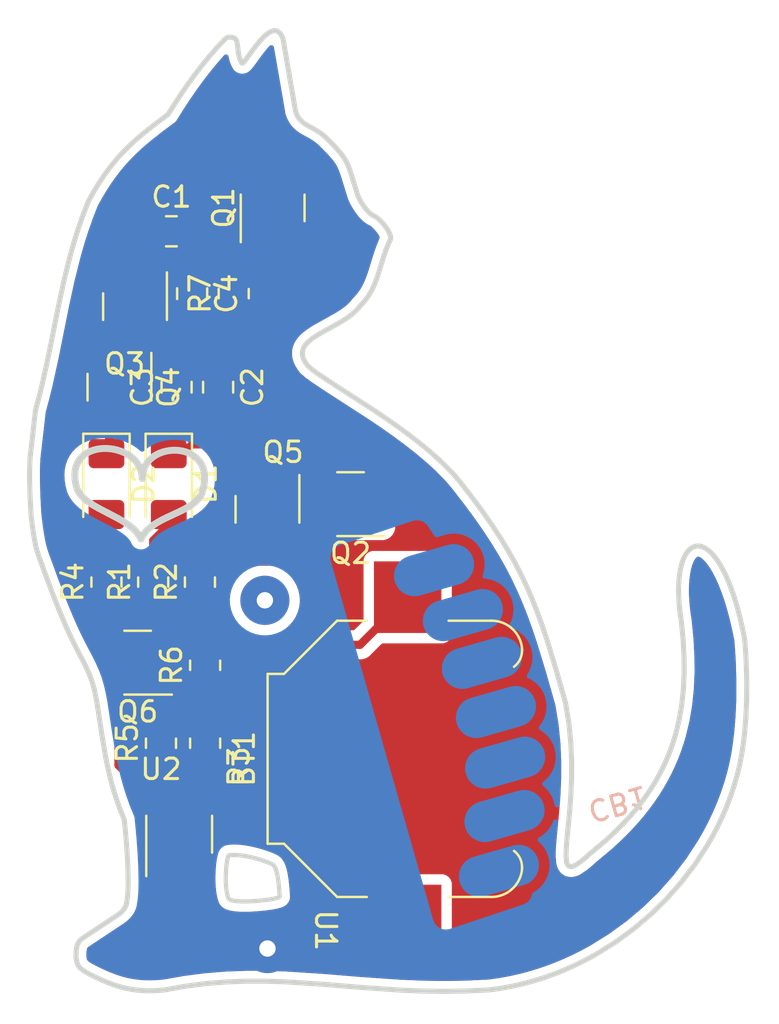
<source format=kicad_pcb>
(kicad_pcb (version 20221231) (generator pcbnew)
  (layers (0 "F.Cu" signal) (31 "B.Cu" signal) (34 "B.Paste" user) (35 "F.Paste" user) (36 "B.SilkS" user "B.Silkscreen") (37 "F.SilkS" user "F.Silkscreen") (38 "B.Mask" user) (39 "F.Mask" user) (44 "Edge.Cuts" user))
  (net 0 "")
  (net 1 "GND")
  (net 2 "Net-(D2-K)")
  (net 3 "VCC")
  (net 4 "Net-(Q1-B)")
  (net 5 "Net-(Q4-B)")
  (net 6 "Net-(Q5-E)")
  (net 7 "Net-(D1-K)")
  (net 8 "Net-(Q3-C)")
  (net 9 "Net-(Q2-B)")
  (net 10 "Net-(D1-A)")
  (net 11 "Net-(D2-A)")
  (net 12 "Net-(Q1-C)")
  (net 13 "Net-(Q2-C)")
  (net 14 "Net-(Q6-B)")
  (net 15 "Net-(U2-~{OUT})")
  (net 16 "+3V0")
  (net 17 "Net-(U2-OUT)")
  (net 18 "Net-(U2-IN)")
  (footprint "Package_TO_SOT_SMD:SOT-23" (layer "F.Cu") (at 164.338 100.33 180)
    (fp_text reference "Q2" (at 0 -2.4) (layer "F.SilkS"))
    (fp_text value "BC817")
    (pad "1" smd roundrect locked (at -0.9375 -0.95 180) (size 1.475 0.6) (layers "F.Cu" "F.Paste" "F.Mask") (net 9 "Net-(Q2-B)"))
    (pad "2" smd roundrect locked (at -0.9375 0.95 180) (size 1.475 0.6) (layers "F.Cu" "F.Paste" "F.Mask") (net 1 "GND"))
    (pad "3" smd roundrect locked (at 0.9375 0 180) (size 1.475 0.6) (layers "F.Cu" "F.Paste" "F.Mask") (net 13 "Net-(Q2-C)"))
  )
  (footprint "dodo_button_and_switch:PTS-540" (layer "F.Cu") (at 155.829 121.158 -90)
    (fp_text reference "U1" (at 0 -7.3 -90 unlocked) (layer "F.SilkS"))
    (fp_text value "PST-540")
    (pad "1" smd rect locked (at -1.55 -1.375 270) (size 0.6 0.65) (layers "F.Cu" "F.Paste" "F.Mask") (net 1 "GND"))
    (pad "2" smd rect locked (at 1.55 -1.375 270) (size 0.6 0.65) (layers "F.Cu" "F.Paste" "F.Mask") (net 1 "GND"))
    (pad "3" smd rect locked (at -1.55 1.375 270) (size 0.6 0.65) (layers "F.Cu" "F.Paste" "F.Mask") (net 18 "Net-(U2-IN)"))
    (pad "4" smd rect locked (at 1.55 1.375 270) (size 0.6 0.65) (layers "F.Cu" "F.Paste" "F.Mask"))
  )
  (footprint "Resistor_SMD:R_0805_2012Metric_Pad1.20x1.40mm_HandSolder" (layer "F.Cu") (at 156.972 104.14 90)
    (fp_text reference "R2" (at 0 -1.65 90) (layer "F.SilkS"))
    (fp_text value "R")
    (pad "1" smd roundrect locked (at -1 0 90) (size 1.2 1.4) (layers "F.Cu" "F.Paste" "F.Mask") (roundrect_rratio 0.208333) (net 3 "VCC"))
    (pad "2" smd roundrect locked (at 1 0 90) (size 1.2 1.4) (layers "F.Cu" "F.Paste" "F.Mask") (roundrect_rratio 0.208333) (net 13 "Net-(Q2-C)"))
  )
  (footprint "Package_TO_SOT_SMD:SOT-23" (layer "F.Cu") (at 153.797 90.678 -90)
    (fp_text reference "Q3" (at 2.794 0.508 180) (layer "F.SilkS"))
    (fp_text value "BC817")
    (pad "1" smd roundrect locked (at -0.9375 -0.95 270) (size 1.475 0.6) (layers "F.Cu" "F.Paste" "F.Mask") (net 13 "Net-(Q2-C)"))
    (pad "2" smd roundrect locked (at -0.9375 0.95 270) (size 1.475 0.6) (layers "F.Cu" "F.Paste" "F.Mask") (net 2 "Net-(D2-K)"))
    (pad "3" smd roundrect locked (at 0.9375 0 270) (size 1.475 0.6) (layers "F.Cu" "F.Paste" "F.Mask") (net 8 "Net-(Q3-C)"))
  )
  (footprint "Package_TO_SOT_SMD:SOT-23-6_Handsoldering" (layer "F.Cu") (at 155.956 116.459 90)
    (fp_text reference "U2" (at 3.175 -0.889 180) (layer "F.SilkS"))
    (fp_text value "MAX16054AZT")
    (pad "1" smd rect locked (at -1.35 -0.95 90) (size 1.56 0.65) (layers "F.Cu" "F.Paste" "F.Mask") (net 18 "Net-(U2-IN)"))
    (pad "2" smd rect locked (at -1.35 0 90) (size 1.56 0.65) (layers "F.Cu" "F.Paste" "F.Mask") (net 1 "GND"))
    (pad "3" smd rect locked (at -1.35 0.95 90) (size 1.56 0.65) (layers "F.Cu" "F.Paste" "F.Mask") (net 1 "GND"))
    (pad "4" smd rect locked (at 1.35 0.95 90) (size 1.56 0.65) (layers "F.Cu" "F.Paste" "F.Mask") (net 15 "Net-(U2-~{OUT})"))
    (pad "5" smd rect locked (at 1.35 0 90) (size 1.56 0.65) (layers "F.Cu" "F.Paste" "F.Mask") (net 17 "Net-(U2-OUT)"))
    (pad "6" smd rect locked (at 1.35 -0.95 90) (size 1.56 0.65) (layers "F.Cu" "F.Paste" "F.Mask") (net 16 "+3V0"))
  )
  (footprint "Battery:BatteryHolder_Keystone_3000_1x12mm" (layer "F.Cu") (at 167.132 112.776 90)
    (fp_text reference "BT1" (at 0 -8 90) (layer "F.SilkS"))
    (fp_text value "Battery_Cell")
    (pad "1" smd rect locked (at -7.9 0 90) (size 3.5 3.3) (layers "F.Cu" "F.Paste" "F.Mask") (net 16 "+3V0"))
    (pad "1" smd rect locked (at 7.9 0 90) (size 3.5 3.3) (layers "F.Cu" "F.Paste" "F.Mask") (net 16 "+3V0"))
    (pad "2" smd circle locked (at 0 0 90) (size 10.2 10.2) (layers "F.Cu" "F.Mask") (net 1 "GND"))
  )
  (footprint "Resistor_SMD:R_0805_2012Metric_Pad1.20x1.40mm_HandSolder" (layer "F.Cu") (at 157.226 112.014 90)
    (fp_text reference "R3" (at -1.143 1.651 90) (layer "F.SilkS"))
    (fp_text value "10k")
    (pad "1" smd roundrect locked (at -1 0 90) (size 1.2 1.4) (layers "F.Cu" "F.Paste" "F.Mask") (roundrect_rratio 0.208333) (net 15 "Net-(U2-~{OUT})"))
    (pad "2" smd roundrect locked (at 1 0 90) (size 1.2 1.4) (layers "F.Cu" "F.Paste" "F.Mask") (roundrect_rratio 0.208333) (net 14 "Net-(Q6-B)"))
  )
  (footprint "Capacitor_SMD:C_0805_2012Metric_Pad1.18x1.45mm_HandSolder" (layer "F.Cu") (at 156.591 90.043 -90)
    (fp_text reference "C4" (at 0 -1.68 90) (layer "F.SilkS"))
    (fp_text value "C")
    (pad "1" smd roundrect locked (at -1.0375 0 270) (size 1.175 1.45) (layers "F.Cu" "F.Paste" "F.Mask") (roundrect_rratio 0.212766) (net 4 "Net-(Q1-B)"))
    (pad "2" smd roundrect locked (at 1.0375 0 270) (size 1.175 1.45) (layers "F.Cu" "F.Paste" "F.Mask") (roundrect_rratio 0.212766) (net 8 "Net-(Q3-C)"))
  )
  (footprint "Package_TO_SOT_SMD:SOT-23" (layer "F.Cu") (at 153.924 108.077 180)
    (fp_text reference "Q6" (at 0 -2.4) (layer "F.SilkS"))
    (fp_text value "BC817")
    (pad "1" smd roundrect locked (at -0.9375 -0.95 180) (size 1.475 0.6) (layers "F.Cu" "F.Paste" "F.Mask") (net 14 "Net-(Q6-B)"))
    (pad "2" smd roundrect locked (at -0.9375 0.95 180) (size 1.475 0.6) (layers "F.Cu" "F.Paste" "F.Mask") (net 3 "VCC"))
    (pad "3" smd roundrect locked (at 0.9375 0 180) (size 1.475 0.6) (layers "F.Cu" "F.Paste" "F.Mask") (net 16 "+3V0"))
  )
  (footprint "LED_SMD:LED_1206_3216Metric_Pad1.42x1.75mm_HandSolder" (layer "F.Cu") (at 152.4 99.3505 -90)
    (fp_text reference "D2" (at 0 -1.82 90) (layer "F.SilkS"))
    (fp_text value "LED")
    (pad "1" smd roundrect locked (at -1.4875 0 270) (size 1.425 1.75) (layers "F.Cu" "F.Paste" "F.Mask") (roundrect_rratio 0.175439) (net 2 "Net-(D2-K)"))
    (pad "2" smd roundrect locked (at 1.4875 0 270) (size 1.425 1.75) (layers "F.Cu" "F.Paste" "F.Mask") (roundrect_rratio 0.175439) (net 11 "Net-(D2-A)"))
  )
  (footprint "Package_TO_SOT_SMD:SOT-23" (layer "F.Cu") (at 160.274 100.584 -90)
    (fp_text reference "Q5" (at -2.794 -0.762) (layer "F.SilkS"))
    (fp_text value "BC817")
    (pad "1" smd roundrect locked (at -0.9375 -0.95 270) (size 1.475 0.6) (layers "F.Cu" "F.Paste" "F.Mask") (net 13 "Net-(Q2-C)"))
    (pad "2" smd roundrect locked (at -0.9375 0.95 270) (size 1.475 0.6) (layers "F.Cu" "F.Paste" "F.Mask") (net 6 "Net-(Q5-E)"))
    (pad "3" smd roundrect locked (at 0.9375 0 270) (size 1.475 0.6) (layers "F.Cu" "F.Paste" "F.Mask") (net 7 "Net-(D1-K)"))
  )
  (footprint "Capacitor_SMD:C_0805_2012Metric_Pad1.18x1.45mm_HandSolder" (layer "F.Cu") (at 155.575 86.995)
    (fp_text reference "C1" (at 0 -1.68) (layer "F.SilkS"))
    (fp_text value "C")
    (pad "1" smd roundrect locked (at -1.0375 0) (size 1.175 1.45) (layers "F.Cu" "F.Paste" "F.Mask") (roundrect_rratio 0.212766) (net 2 "Net-(D2-K)"))
    (pad "2" smd roundrect locked (at 1.0375 0) (size 1.175 1.45) (layers "F.Cu" "F.Paste" "F.Mask") (roundrect_rratio 0.212766) (net 4 "Net-(Q1-B)"))
  )
  (footprint "Capacitor_SMD:C_0805_2012Metric_Pad1.18x1.45mm_HandSolder" (layer "F.Cu") (at 155.829 94.615 90)
    (fp_text reference "C3" (at 0 -1.68 90) (layer "F.SilkS"))
    (fp_text value "C")
    (pad "1" smd roundrect locked (at -1.0375 0 90) (size 1.175 1.45) (layers "F.Cu" "F.Paste" "F.Mask") (roundrect_rratio 0.212766) (net 5 "Net-(Q4-B)"))
    (pad "2" smd roundrect locked (at 1.0375 0 90) (size 1.175 1.45) (layers "F.Cu" "F.Paste" "F.Mask") (roundrect_rratio 0.212766) (net 7 "Net-(D1-K)"))
  )
  (footprint "Package_TO_SOT_SMD:SOT-23" (layer "F.Cu") (at 153.035 94.615 -90)
    (fp_text reference "Q4" (at 0 -2.4 90) (layer "F.SilkS"))
    (fp_text value "BC817")
    (pad "1" smd roundrect locked (at -0.9375 -0.95 270) (size 1.475 0.6) (layers "F.Cu" "F.Paste" "F.Mask") (net 5 "Net-(Q4-B)"))
    (pad "2" smd roundrect locked (at -0.9375 0.95 270) (size 1.475 0.6) (layers "F.Cu" "F.Paste" "F.Mask") (net 1 "GND"))
    (pad "3" smd roundrect locked (at 0.9375 0 270) (size 1.475 0.6) (layers "F.Cu" "F.Paste" "F.Mask") (net 2 "Net-(D2-K)"))
  )
  (footprint "Resistor_SMD:R_0805_2012Metric_Pad1.20x1.40mm_HandSolder" (layer "F.Cu") (at 157.226 108.204 90)
    (fp_text reference "R6" (at 0 -1.65 90) (layer "F.SilkS"))
    (fp_text value "10k")
    (pad "1" smd roundrect locked (at -1 0 90) (size 1.2 1.4) (layers "F.Cu" "F.Paste" "F.Mask") (roundrect_rratio 0.208333) (net 14 "Net-(Q6-B)"))
    (pad "2" smd roundrect locked (at 1 0 90) (size 1.2 1.4) (layers "F.Cu" "F.Paste" "F.Mask") (roundrect_rratio 0.208333) (net 16 "+3V0"))
  )
  (footprint "Resistor_SMD:R_0805_2012Metric_Pad1.20x1.40mm_HandSolder" (layer "F.Cu") (at 155.067 112.014 90)
    (fp_text reference "R5" (at 0 -1.65 90) (layer "F.SilkS"))
    (fp_text value "10k")
    (pad "1" smd roundrect locked (at -1 0 90) (size 1.2 1.4) (layers "F.Cu" "F.Paste" "F.Mask") (roundrect_rratio 0.208333) (net 17 "Net-(U2-OUT)"))
    (pad "2" smd roundrect locked (at 1 0 90) (size 1.2 1.4) (layers "F.Cu" "F.Paste" "F.Mask") (roundrect_rratio 0.208333) (net 14 "Net-(Q6-B)"))
  )
  (footprint "LED_SMD:LED_1206_3216Metric_Pad1.42x1.75mm_HandSolder" (layer "F.Cu") (at 155.448 99.3505 -90)
    (fp_text reference "D1" (at 0 -1.82 90) (layer "F.SilkS"))
    (fp_text value "LED")
    (pad "1" smd roundrect locked (at -1.4875 0 270) (size 1.425 1.75) (layers "F.Cu" "F.Paste" "F.Mask") (roundrect_rratio 0.175439) (net 7 "Net-(D1-K)"))
    (pad "2" smd roundrect locked (at 1.4875 0 270) (size 1.425 1.75) (layers "F.Cu" "F.Paste" "F.Mask") (roundrect_rratio 0.175439) (net 10 "Net-(D1-A)"))
  )
  (footprint "Resistor_SMD:R_0805_2012Metric_Pad1.20x1.40mm_HandSolder" (layer "F.Cu") (at 152.4 104.14 90)
    (fp_text reference "R4" (at 0 -1.65 90) (layer "F.SilkS"))
    (fp_text value "R")
    (pad "1" smd roundrect locked (at -1 0 90) (size 1.2 1.4) (layers "F.Cu" "F.Paste" "F.Mask") (roundrect_rratio 0.208333) (net 3 "VCC"))
    (pad "2" smd roundrect locked (at 1 0 90) (size 1.2 1.4) (layers "F.Cu" "F.Paste" "F.Mask") (roundrect_rratio 0.208333) (net 11 "Net-(D2-A)"))
  )
  (footprint "Package_TO_SOT_SMD:SOT-23" (layer "F.Cu") (at 160.528 85.852 90)
    (fp_text reference "Q1" (at 0 -2.4 90) (layer "F.SilkS"))
    (fp_text value "BC817")
    (pad "1" smd roundrect locked (at -0.9375 -0.95 90) (size 1.475 0.6) (layers "F.Cu" "F.Paste" "F.Mask") (net 4 "Net-(Q1-B)"))
    (pad "2" smd roundrect locked (at -0.9375 0.95 90) (size 1.475 0.6) (layers "F.Cu" "F.Paste" "F.Mask") (net 1 "GND"))
    (pad "3" smd roundrect locked (at 0.9375 0 90) (size 1.475 0.6) (layers "F.Cu" "F.Paste" "F.Mask") (net 12 "Net-(Q1-C)"))
  )
  (footprint "Resistor_SMD:R_0805_2012Metric_Pad1.20x1.40mm_HandSolder" (layer "F.Cu") (at 158.623 90.043 90)
    (fp_text reference "R7" (at 0 -1.65 90) (layer "F.SilkS"))
    (fp_text value "0")
    (pad "1" smd roundrect locked (at -1 0 90) (size 1.2 1.4) (layers "F.Cu" "F.Paste" "F.Mask") (roundrect_rratio 0.208333) (net 7 "Net-(D1-K)"))
    (pad "2" smd roundrect locked (at 1 0 90) (size 1.2 1.4) (layers "F.Cu" "F.Paste" "F.Mask") (roundrect_rratio 0.208333) (net 12 "Net-(Q1-C)"))
  )
  (footprint "Resistor_SMD:R_0805_2012Metric_Pad1.20x1.40mm_HandSolder" (layer "F.Cu") (at 154.686 104.14 90)
    (fp_text reference "R1" (at 0 -1.65 90) (layer "F.SilkS"))
    (fp_text value "R")
    (pad "1" smd roundrect locked (at -1 0 90) (size 1.2 1.4) (layers "F.Cu" "F.Paste" "F.Mask") (roundrect_rratio 0.208333) (net 3 "VCC"))
    (pad "2" smd roundrect locked (at 1 0 90) (size 1.2 1.4) (layers "F.Cu" "F.Paste" "F.Mask") (roundrect_rratio 0.208333) (net 10 "Net-(D1-A)"))
  )
  (footprint "Capacitor_SMD:C_0805_2012Metric_Pad1.18x1.45mm_HandSolder" (layer "F.Cu") (at 157.861 94.615 -90)
    (fp_text reference "C2" (at 0 -1.68 90) (layer "F.SilkS"))
    (fp_text value "C")
    (pad "1" smd roundrect locked (at -1.0375 0 270) (size 1.175 1.45) (layers "F.Cu" "F.Paste" "F.Mask") (roundrect_rratio 0.212766) (net 5 "Net-(Q4-B)"))
    (pad "2" smd roundrect locked (at 1.0375 0 270) (size 1.175 1.45) (layers "F.Cu" "F.Paste" "F.Mask") (roundrect_rratio 0.212766) (net 6 "Net-(Q5-E)"))
  )
  (footprint "dodo_button_and_switch:cat_back" (layer "B.Cu") (at 175.431131 108.048055 16)
    (fp_text reference "CB1" (at 0 7.2 196 unlocked) (layer "B.SilkS") (effects (justify mirror)))
    (fp_text value "conductive_button")
    (pad "1" smd roundrect (at -5.5 6.25 16) (size 4 2) (layers "B.Cu" "B.Paste" "B.Mask") (roundrect_rratio 0.5) (net 3 "VCC"))
    (pad "1" smd roundrect (at -4.75 -3.75 16) (size 4 2) (layers "B.Cu" "B.Paste" "B.Mask") (roundrect_rratio 0.5) (net 3 "VCC"))
    (pad "1" smd roundrect (at -4.5 1.25 16) (size 4 2) (layers "B.Cu" "B.Paste" "B.Mask") (roundrect_rratio 0.5) (net 3 "VCC"))
    (pad "2" smd roundrect (at -6.5 8.75 16) (size 4 2) (layers "B.Cu" "B.Paste" "B.Mask") (roundrect_rratio 0.5) (net 9 "Net-(Q2-B)"))
    (pad "2" smd roundrect (at -5.5 -6.25 16) (size 4 2) (layers "B.Cu" "B.Paste" "B.Mask") (roundrect_rratio 0.5) (net 9 "Net-(Q2-B)"))
    (pad "2" smd roundrect (at -4.75 3.75 16) (size 4 2) (layers "B.Cu" "B.Paste" "B.Mask") (roundrect_rratio 0.5) (net 9 "Net-(Q2-B)"))
    (pad "2" smd roundrect (at -4.5 -1.25 16) (size 4 2) (layers "B.Cu" "B.Paste" "B.Mask") (roundrect_rratio 0.5) (net 9 "Net-(Q2-B)"))
  )
  (gr_line (start 151.030996 98.231681) (end 151.121778 98.104529) (stroke (width 0.335406)) (layer "Edge.Cuts"))
  (gr_line (start 150.892569 99.321036) (end 150.859279 99.099579) (stroke (width 0.335406)) (layer "Edge.Cuts"))
  (gr_line (start 151.121778 98.104529) (end 151.227642 97.992368) (stroke (width 0.335406)) (layer "Edge.Cuts"))
  (gr_line (start 153.092294 97.740373) (end 153.248698 97.804247) (stroke (width 0.335406)) (layer "Edge.Cuts"))
  (gr_line (start 153.785264 98.178573) (end 153.889147 98.300826) (stroke (width 0.335406)) (layer "Edge.Cuts"))
  (gr_line (start 160.833548 118.998867) (end 160.805162 118.749792) (stroke (width 0.207505)) (layer "Edge.Cuts"))
  (gr_line (start 156.566358 100.361276) (end 156.471711 100.424652) (stroke (width 0.335406)) (layer "Edge.Cuts"))
  (gr_line (start 154.140887 101.925621) (end 154.086779 102.03049) (stroke (width 0.335406)) (layer "Edge.Cuts"))
  (gr_line (start 151.98982 100.516004) (end 151.757657 100.381545) (stroke (width 0.335406)) (layer "Edge.Cuts"))
  (gr_line (start 158.344361 117.567647) (end 158.323102 117.64475) (stroke (width 0.207505)) (layer "Edge.Cuts"))
  (gr_line (start 154.395121 98.300988) (end 154.494832 98.18306) (stroke (width 0.335406)) (layer "Edge.Cuts"))
  (gr_line (start 160.565046 117.96805) (end 160.54525 117.952277) (stroke (width 0.207505)) (layer "Edge.Cuts"))
  (gr_line (start 158.252851 118.153437) (end 158.242346 118.314681) (stroke (width 0.207505)) (layer "Edge.Cuts"))
  (gr_line (start 155.629315 97.697564) (end 155.789622 97.695765) (stroke (width 0.335406)) (layer "Edge.Cuts"))
  (gr_line (start 154.612362 101.410615) (end 154.518999 101.484739) (stroke (width 0.335406)) (layer "Edge.Cuts"))
  (gr_line (start 157.131938 98.587946) (end 157.174776 98.754813) (stroke (width 0.335406)) (layer "Edge.Cuts"))
  (gr_line (start 154.518999 101.484739) (end 154.430831 101.563044) (stroke (width 0.335406)) (layer "Edge.Cuts"))
  (gr_line (start 151.111111 99.841704) (end 151.048508 99.751694) (stroke (width 0.335406)) (layer "Edge.Cuts"))
  (gr_line (start 160.432191 117.895081) (end 160.325937 117.848692) (stroke (width 0.207505)) (layer "Edge.Cuts"))
  (gr_line (start 157.009281 99.905087) (end 156.953033 99.992044) (stroke (width 0.335406)) (layer "Edge.Cuts"))
  (gr_line (start 154.348397 101.645907) (end 154.272235 101.733706) (stroke (width 0.335406)) (layer "Edge.Cuts"))
  (gr_line (start 153.903397 101.734) (end 153.82504 101.643885) (stroke (width 0.335406)) (layer "Edge.Cuts"))
  (gr_line (start 156.791885 98.06597) (end 156.899056 98.174859) (stroke (width 0.335406)) (layer "Edge.Cuts"))
  (gr_line (start 154.158021 98.895148) (end 154.189888 98.728461) (stroke (width 0.335406)) (layer "Edge.Cuts"))
  (gr_line (start 160.768786 118.516445) (end 160.747309 118.408796) (stroke (width 0.207505)) (layer "Edge.Cuts"))
  (gr_line (start 159.65027 117.626756) (end 159.49868 117.589406) (stroke (width 0.207505)) (layer "Edge.Cuts"))
  (gr_line (start 156.899056 98.174859) (end 156.992504 98.298078) (stroke (width 0.335406)) (layer "Edge.Cuts"))
  (gr_line (start 153.248698 97.804247) (end 153.397797 97.880212) (stroke (width 0.335406)) (layer "Edge.Cuts"))
  (gr_line (start 156.672564 97.971301) (end 156.791885 98.06597) (stroke (width 0.335406)) (layer "Edge.Cuts"))
  (gr_line (start 154.135667 98.898302) (end 154.14705 99.073751) (stroke (width 0.335406)) (layer "Edge.Cuts"))
  (gr_line (start 157.176895 99.344469) (end 157.130224 99.571071) (stroke (width 0.335406)) (layer "Edge.Cuts"))
  (gr_line (start 154.202885 101.826818) (end 154.140887 101.925621) (stroke (width 0.335406)) (layer "Edge.Cuts"))
  (gr_line (start 158.499259 117.48093) (end 158.386595 117.49592) (stroke (width 0.207505)) (layer "Edge.Cuts"))
  (gr_line (start 153.973573 101.828269) (end 153.903397 101.734) (stroke (width 0.335406)) (layer "Edge.Cuts"))
  (gr_line (start 158.623 117.475) (end 158.499259 117.48093) (stroke (width 0.207505)) (layer "Edge.Cuts"))
  (gr_line (start 154.607569 98.077596) (end 154.73176 97.984706) (stroke (width 0.335406)) (layer "Edge.Cuts"))
  (gr_line (start 150.859279 99.099579) (end 150.850666 98.894357) (stroke (width 0.335406)) (layer "Edge.Cuts"))
  (gr_line (start 158.364833 119.596155) (end 158.384995 119.623766) (stroke (width 0.207505)) (layer "Edge.Cuts"))
  (gr_line (start 158.821616 119.735462) (end 159.015831 119.744702) (stroke (width 0.207505)) (layer "Edge.Cuts"))
  (gr_line (start 159.942318 117.710651) (end 159.798741 117.667411) (stroke (width 0.207505)) (layer "Edge.Cuts"))
  (gr_line (start 158.238529 118.828993) (end 158.248731 118.99996) (stroke (width 0.207505)) (layer "Edge.Cuts"))
  (gr_line (start 154.918222 101.209558) (end 154.710379 101.340295) (stroke (width 0.335406)) (layer "Edge.Cuts"))
  (gr_line (start 152.930182 97.688797) (end 153.092294 97.740373) (stroke (width 0.335406)) (layer "Edge.Cuts"))
  (gr_line (start 160.870085 119.504171) (end 160.870085 119.504171) (stroke (width 0.207505)) (layer "Edge.Cuts"))
  (gr_line (start 158.323102 117.64475) (end 158.302649 117.74508) (stroke (width 0.207505)) (layer "Edge.Cuts"))
  (gr_line (start 154.710379 101.340295) (end 154.612362 101.410615) (stroke (width 0.335406)) (layer "Edge.Cuts"))
  (gr_line (start 153.397797 97.880212) (end 153.53799 97.968059) (stroke (width 0.335406)) (layer "Edge.Cuts"))
  (gr_line (start 158.652606 119.716934) (end 158.821616 119.735462) (stroke (width 0.207505)) (layer "Edge.Cuts"))
  (gr_line (start 158.242346 118.314681) (end 158.236009 118.483154) (stroke (width 0.207505)) (layer "Edge.Cuts"))
  (gr_line (start 155.59739 100.869403) (end 155.366042 100.97713) (stroke (width 0.335406)) (layer "Edge.Cuts"))
  (gr_line (start 160.697194 118.217802) (end 160.668322 118.136958) (stroke (width 0.207505)) (layer "Edge.Cuts"))
  (gr_line (start 152.425596 97.609925) (end 152.595234 97.623365) (stroke (width 0.335406)) (layer "Edge.Cuts"))
  (gr_line (start 150.952134 99.558937) (end 150.952134 99.558937) (stroke (width 0.335406)) (layer "Edge.Cuts"))
  (gr_line (start 156.889037 100.074128) (end 156.817832 100.151716) (stroke (width 0.335406)) (layer "Edge.Cuts"))
  (gr_line (start 154.034918 101.926996) (end 153.973573 101.828269) (stroke (width 0.335406)) (layer "Edge.Cuts"))
  (gr_line (start 159.49868 117.589406) (end 159.345744 117.55608) (stroke (width 0.207505)) (layer "Edge.Cuts"))
  (gr_line (start 150.956894 98.374033) (end 151.030996 98.231681) (stroke (width 0.335406)) (layer "Edge.Cuts"))
  (gr_line (start 159.345744 117.55608) (end 159.193238 117.527498) (stroke (width 0.207505)) (layer "Edge.Cuts"))
  (gr_line (start 160.660574 119.597893) (end 160.775502 119.566155) (stroke (width 0.207505)) (layer "Edge.Cuts"))
  (gr_line (start 156.403769 97.824184) (end 156.542668 97.890742) (stroke (width 0.335406)) (layer "Edge.Cuts"))
  (gr_line (start 158.236009 118.483154) (end 158.234513 118.655658) (stroke (width 0.207505)) (layer "Edge.Cuts"))
  (gr_line (start 160.20769 117.802012) (end 160.079226 117.755758) (stroke (width 0.207505)) (layer "Edge.Cuts"))
  (gr_line (start 156.257442 97.771517) (end 156.403769 97.824184) (stroke (width 0.335406)) (layer "Edge.Cuts"))
  (gr_line (start 156.953033 99.992044) (end 156.889037 100.074128) (stroke (width 0.335406)) (layer "Edge.Cuts"))
  (gr_line (start 151.927216 97.649192) (end 152.089988 97.622631) (stroke (width 0.335406)) (layer "Edge.Cuts"))
  (gr_line (start 158.896613 117.487445) (end 158.756042 117.477411) (stroke (width 0.207505)) (layer "Edge.Cuts"))
  (gr_line (start 154.310012 98.431271) (end 154.395121 98.300988) (stroke (width 0.335406)) (layer "Edge.Cuts"))
  (gr_line (start 159.798741 117.667411) (end 159.65027 117.626756) (stroke (width 0.207505)) (layer "Edge.Cuts"))
  (gr_line (start 159.015831 119.744702) (end 159.228447 119.745601) (stroke (width 0.207505)) (layer "Edge.Cuts"))
  (gr_line (start 155.789622 97.695765) (end 155.948794 97.707418) (stroke (width 0.335406)) (layer "Edge.Cuts"))
  (gr_line (start 160.524678 117.940458) (end 160.524678 117.940458) (stroke (width 0.207505)) (layer "Edge.Cuts"))
  (gr_line (start 151.261891 100.010519) (end 151.182455 99.927876) (stroke (width 0.335406)) (layer "Edge.Cuts"))
  (gr_line (start 157.197598 98.93645) (end 157.198828 99.132965) (stroke (width 0.335406)) (layer "Edge.Cuts"))
  (gr_line (start 156.739958 100.225185) (end 156.655953 100.294913) (stroke (width 0.335406)) (layer "Edge.Cuts"))
  (gr_line (start 154.430831 101.563044) (end 154.348397 101.645907) (stroke (width 0.335406)) (layer "Edge.Cuts"))
  (gr_line (start 155.138215 101.089509) (end 154.918222 101.209558) (stroke (width 0.335406)) (layer "Edge.Cuts"))
  (gr_line (start 151.542236 100.240343) (end 151.442432 100.166445) (stroke (width 0.335406)) (layer "Edge.Cuts"))
  (gr_line (start 160.747309 118.408796) (end 160.723484 118.308832) (stroke (width 0.207505)) (layer "Edge.Cuts"))
  (gr_line (start 154.049407 98.578285) (end 154.102587 98.733077) (stroke (width 0.335406)) (layer "Edge.Cuts"))
  (gr_line (start 153.739152 101.557614) (end 153.646385 101.474881) (stroke (width 0.335406)) (layer "Edge.Cuts"))
  (gr_line (start 155.31159 97.74108) (end 155.469446 97.712706) (stroke (width 0.335406)) (layer "Edge.Cuts"))
  (gr_line (start 156.817832 100.151716) (end 156.739958 100.225185) (stroke (width 0.335406)) (layer "Edge.Cuts"))
  (gr_line (start 153.442817 101.318798) (end 153.219542 101.17318) (stroke (width 0.335406)) (layer "Edge.Cuts"))
  (gr_line (start 155.366042 100.97713) (end 155.138215 101.089509) (stroke (width 0.335406)) (layer "Edge.Cuts"))
  (gr_line (start 157.057242 99.812879) (end 157.009281 99.905087) (stroke (width 0.335406)) (layer "Edge.Cuts"))
  (gr_line (start 153.977727 98.434132) (end 154.049407 98.578285) (stroke (width 0.335406)) (layer "Edge.Cuts"))
  (gr_line (start 159.908679 119.707722) (end 160.126874 119.684727) (stroke (width 0.207505)) (layer "Edge.Cuts"))
  (gr_line (start 158.323168 119.466656) (end 158.342849 119.533501) (stroke (width 0.207505)) (layer "Edge.Cuts"))
  (gr_line (start 154.14705 99.073751) (end 154.158021 98.895148) (stroke (width 0.335406)) (layer "Edge.Cuts"))
  (gr_line (start 152.981768 101.035566) (end 152.48355 100.774523) (stroke (width 0.335406)) (layer "Edge.Cuts"))
  (gr_line (start 152.763963 97.649725) (end 152.930182 97.688797) (stroke (width 0.335406)) (layer "Edge.Cuts"))
  (gr_line (start 158.248731 118.99996) (end 158.265789 119.165359) (stroke (width 0.207505)) (layer "Edge.Cuts"))
  (gr_line (start 159.042936 117.50438) (end 158.896613 117.487445) (stroke (width 0.207505)) (layer "Edge.Cuts"))
  (gr_line (start 150.952134 99.558937) (end 150.892569 99.321036) (stroke (width 0.335406)) (layer "Edge.Cuts"))
  (gr_line (start 155.15732 97.782577) (end 155.31159 97.74108) (stroke (width 0.335406)) (layer "Edge.Cuts"))
  (gr_line (start 158.386595 117.49592) (end 158.386595 117.49592) (stroke (width 0.207505)) (layer "Edge.Cuts"))
  (gr_line (start 158.386595 117.49592) (end 158.386609 117.49592) (stroke (width 0.207505)) (layer "Edge.Cuts"))
  (gr_line (start 153.646385 101.474881) (end 153.54739 101.395378) (stroke (width 0.335406)) (layer "Edge.Cuts"))
  (gr_line (start 156.655953 100.294913) (end 156.566358 100.361276) (stroke (width 0.335406)) (layer "Edge.Cuts"))
  (gr_line (start 157.174776 98.754813) (end 157.197598 98.93645) (stroke (width 0.335406)) (layer "Edge.Cuts"))
  (gr_line (start 160.636751 118.067551) (end 160.602365 118.010832) (stroke (width 0.207505)) (layer "Edge.Cuts"))
  (gr_line (start 158.342849 119.533501) (end 158.364833 119.596155) (stroke (width 0.207505)) (layer "Edge.Cuts"))
  (gr_line (start 160.584079 117.98762) (end 160.565046 117.96805) (stroke (width 0.207505)) (layer "Edge.Cuts"))
  (gr_line (start 160.524678 117.940458) (end 160.432191 117.895081) (stroke (width 0.207505)) (layer "Edge.Cuts"))
  (gr_line (start 158.756042 117.477411) (end 158.623 117.475) (stroke (width 0.207505)) (layer "Edge.Cuts"))
  (gr_line (start 160.54525 117.952277) (end 160.524678 117.940458) (stroke (width 0.207505)) (layer "Edge.Cuts"))
  (gr_line (start 156.26942 100.543953) (end 156.053393 100.655833) (stroke (width 0.335406)) (layer "Edge.Cuts"))
  (gr_line (start 160.775502 119.566155) (end 160.847607 119.534599) (stroke (width 0.207505)) (layer "Edge.Cuts"))
  (gr_line (start 151.757657 100.381545) (end 151.542236 100.240343) (stroke (width 0.335406)) (layer "Edge.Cuts"))
  (gr_line (start 154.241076 98.573798) (end 154.310012 98.431271) (stroke (width 0.335406)) (layer "Edge.Cuts"))
  (gr_poly (pts (xy 151.19633 121.569074) (xy 152.949355 120.407537) (xy 152.992108 120.376492) (xy 153.033453 120.344734) (xy 153.073256 120.312196) (xy 153.111385 120.278811) (xy 153.147706 120.244512) (xy 153.182085 120.20923) (xy 153.21439 120.172899) (xy 153.244486 120.135451) (xy 153.272242 120.096818) (xy 153.297522 120.056934) (xy 153.320195 120.015731) (xy 153.340127 119.97314) (xy 153.349023 119.951304) (xy 153.357184 119.929096) (xy 153.364593 119.906508) (xy 153.371233 119.88353) (xy 153.377088 119.860156) (xy 153.382141 119.836376) (xy 153.386376 119.812182) (xy 153.389775 119.787565) (xy 153.424019 119.57036) (xy 153.446649 119.314546) (xy 153.458964 119.027383) (xy 153.46226 118.716133) (xy 153.44699 118.050416) (xy 153.411218 117.375481) (xy 153.365325 116.749416) (xy 153.319693 116.230308) (xy 153.27073 115.745317) (xy 153.052791 115.210497) (xy 152.865292 114.681494) (xy 152.704915 114.159738) (xy 152.568346 113.646659) (xy 152.452267 113.143687) (xy 152.353363 112.652252) (xy 152.193815 111.70971) (xy 151.93491 110.025981) (xy 151.863379 109.655338) (xy 151.782495 109.307671) (xy 151.68894 108.984409) (xy 151.5794 108.686983) (xy 151.480176 108.457907) (xy 151.383544 108.249923) (xy 151.287576 108.055325) (xy 151.190344 107.866407) (xy 150.984379 107.474793) (xy 150.87179 107.256685) (xy 150.750228 107.013437) (xy 150.617764 106.737342) (xy 150.47247 106.420696) (xy 150.31242 106.055793) (xy 150.135686 105.634928) (xy 149.94034 105.150395) (xy 149.724455 104.594489) (xy 149.486102 103.959505) (xy 149.223355 103.237737) (xy 149.137458 103.008717) (xy 149.064169 102.801303) (xy 149.031288 102.699593) (xy 149.000401 102.595957) (xy 148.971122 102.487953) (xy 148.943067 102.37314) (xy 148.915849 102.249074) (xy 148.889083 102.113314) (xy 148.862383 101.963417) (xy 148.835362 101.796941) (xy 148.807636 101.611444) (xy 148.778819 101.404484) (xy 148.716366 100.916402) (xy 148.69043 100.497087) (xy 148.669837 100.095386) (xy 148.654671 99.711576) (xy 148.645015 99.34593) (xy 148.640952 98.998724) (xy 148.642567 98.670232) (xy 148.649941 98.36073) (xy 148.663159 98.070493) (xy 148.930417 95.736177) (xy 149.105703 95.085056) (xy 149.265404 94.437726) (xy 149.549879 93.152628) (xy 150.061923 90.608006) (xy 150.336807 89.341237) (xy 150.655809 88.073334) (xy 150.839247 87.437824) (xy 151.042587 86.800673) (xy 151.268784 86.161427) (xy 151.520796 85.519633) (xy 151.741845 85.12341) (xy 151.961909 84.756257) (xy 152.181845 84.415687) (xy 152.402512 84.099216) (xy 152.624765 83.80436) (xy 152.849461 83.528632) (xy 153.077457 83.269549) (xy 153.30961 83.024625) (xy 153.546777 82.791375) (xy 153.789814 82.567314) (xy 154.039579 82.349958) (xy 154.296928 82.136821) (xy 154.837806 81.713266) (xy 155.419303 81.27677) (xy 155.73229 80.776311) (xy 156.053393 80.286145) (xy 156.383311 79.807159) (xy 156.722744 79.340242) (xy 157.072393 78.886282) (xy 157.432959 78.446167) (xy 157.80514 78.020785) (xy 158.189639 77.611024) (xy 158.206129 77.593675) (xy 158.223215 77.578181) (xy 158.240825 77.564456) (xy 158.258884 77.552415) (xy 158.277319 77.541972) (xy 158.296057 77.533043) (xy 158.315024 77.52554) (xy 158.334147 77.519379) (xy 158.353352 77.514474) (xy 158.372566 77.51074) (xy 158.391715 77.508091) (xy 158.410727 77.506442) (xy 158.448042 77.5058) (xy 158.483924 77.50813) (xy 158.517785 77.512749) (xy 158.549038 77.518972) (xy 158.577094 77.526114) (xy 158.601367 77.533492) (xy 158.636212 77.546218) (xy 158.648871 77.551676) (xy 158.671385 77.561861) (xy 158.69162 77.575502) (xy 158.709733 77.592434) (xy 158.725885 77.612495) (xy 158.740232 77.635521) (xy 158.752934 77.661348) (xy 158.764149 77.689813) (xy 158.774034 77.720751) (xy 158.79045 77.789396) (xy 158.803451 77.865974) (xy 158.82427 78.037692) (xy 158.846624 78.225435) (xy 158.861543 78.322043) (xy 158.880646 78.418731) (xy 158.9052 78.51419) (xy 158.919917 78.561049) (xy 158.936471 78.60711) (xy 158.955021 78.652209) (xy 158.975726 78.696183) (xy 158.998743 78.738867) (xy 159.024232 78.780099) (xy 159.038466 78.788111) (xy 159.059792 78.780196) (xy 159.122133 78.721781) (xy 159.208087 78.615252) (xy 159.314488 78.471005) (xy 159.575958 78.110943) (xy 159.724694 77.915921) (xy 159.881207 77.724766) (xy 160.042331 77.547875) (xy 160.204899 77.395645) (xy 160.285734 77.332027) (xy 160.365742 77.278472) (xy 160.444528 77.236281) (xy 160.521695 77.206753) (xy 160.596847 77.191187) (xy 160.669589 77.190883) (xy 160.739525 77.207141) (xy 160.806259 77.24126) (xy 160.869394 77.29454) (xy 160.928536 77.36828) (xy 160.983287 77.463779) (xy 161.033253 77.582338) (xy 161.65211 81.147296) (xy 161.676115 81.212263) (xy 161.701497 81.272761) (xy 161.728248 81.329062) (xy 161.756361 81.381437) (xy 161.785827 81.430155) (xy 161.816639 81.475488) (xy 161.84879 81.517706) (xy 161.882273 81.557079) (xy 161.917079 81.59388) (xy 161.953202 81.628378) (xy 161.990634 81.660844) (xy 162.029367 81.691549) (xy 162.069394 81.720764) (xy 162.110707 81.748759) (xy 162.197163 81.802172) (xy 162.592939 82.021179) (xy 162.704072 82.088098) (xy 162.761426 82.124871) (xy 162.819961 82.164215) (xy 162.879669 82.2064) (xy 162.940545 82.251696) (xy 163.002579 82.300375) (xy 163.065764 82.352706) (xy 163.285463 82.569667) (xy 163.474288 82.760553) (xy 163.635501 82.929964) (xy 163.772362 83.082505) (xy 163.888131 83.222776) (xy 163.986069 83.35538) (xy 164.029371 83.420245) (xy 164.069437 83.484919) (xy 164.106677 83.549977) (xy 164.141496 83.615995) (xy 164.205507 83.753211) (xy 164.264729 83.901169) (xy 164.322424 84.06447) (xy 164.381852 84.247717) (xy 164.518952 84.692458) (xy 164.603144 84.963156) (xy 164.702113 85.272209) (xy 164.721415 85.316177) (xy 164.74678 85.368988) (xy 164.777812 85.429251) (xy 164.814114 85.495574) (xy 164.855291 85.566567) (xy 164.900947 85.640839) (xy 164.950685 85.716996) (xy 165.00411 85.79365) (xy 165.060824 85.869408) (xy 165.120432 85.942879) (xy 165.182538 86.012672) (xy 165.246746 86.077395) (xy 165.312659 86.135658) (xy 165.346131 86.161932) (xy 165.379881 86.186069) (xy 165.413859 86.207895) (xy 165.448016 86.227237) (xy 165.482303 86.24392) (xy 165.516669 86.25777) (xy 165.533092 86.26496) (xy 165.552032 86.275263) (xy 165.596663 86.30466) (xy 165.648972 86.344864) (xy 165.707367 86.394775) (xy 165.770257 86.453294) (xy 165.836051 86.519322) (xy 165.903158 86.591759) (xy 165.969986 86.669508) (xy 166.034944 86.751469) (xy 166.096441 86.836542) (xy 166.152886 86.92363) (xy 166.178717 86.967585) (xy 166.202688 87.011632) (xy 166.2246 87.055633) (xy 166.244255 87.09945) (xy 166.261453 87.142946) (xy 166.275996 87.185985) (xy 166.287685 87.228427) (xy 166.296321 87.270137) (xy 166.301704 87.310977) (xy 166.303637 87.350809) (xy 166.192301 87.60044) (xy 166.095352 87.842274) (xy 166.010198 88.076745) (xy 165.934246 88.304285) (xy 165.670612 89.15379) (xy 165.601785 89.353167) (xy 165.526606 89.54821) (xy 165.442481 89.739352) (xy 165.34682 89.927026) (xy 165.237028 90.111663) (xy 165.110514 90.293698) (xy 164.964686 90.473563) (xy 164.79695 90.651691) (xy 164.709341 90.762499) (xy 164.611408 90.868367) (xy 164.504237 90.969665) (xy 164.388912 91.066761) (xy 164.138137 91.24982) (xy 163.867761 91.420495) (xy 162.763773 92.038326) (xy 162.525538 92.191312) (xy 162.319761 92.349607) (xy 162.231755 92.431668) (xy 162.155118 92.516161) (xy 162.090934 92.603457) (xy 162.040287 92.693923) (xy 162.004262 92.787928) (xy 161.983944 92.885841) (xy 161.980417 92.988031) (xy 161.994765 93.094865) (xy 162.028074 93.206714) (xy 162.081428 93.323944) (xy 162.155911 93.446925) (xy 162.252608 93.576026) (xy 162.442671 93.740759) (xy 162.715737 93.941767) (xy 163.471475 94.443569) (xy 165.545558 95.783016) (xy 166.123827 96.174659) (xy 166.706294 96.584493) (xy 167.283109 97.010259) (xy 167.844421 97.449694) (xy 168.380379 97.90054) (xy 168.881134 98.360535) (xy 169.336833 98.827419) (xy 169.544709 99.062737) (xy 169.737628 99.298931) (xy 170.295886 100.017758) (xy 170.801555 100.701544) (xy 171.259086 101.356428) (xy 171.672926 101.988549) (xy 172.047523 102.604047) (xy 172.387327 103.209062) (xy 172.696786 103.809733) (xy 172.980349 104.412199) (xy 173.242464 105.0226) (xy 173.487581 105.647075) (xy 173.720146 106.291764) (xy 173.94461 106.962807) (xy 174.387027 108.40851) (xy 174.850421 110.0333) (xy 175.014415 111.024859) (xy 175.110333 111.9842) (xy 175.150241 112.903052) (xy 175.146209 113.773143) (xy 175.110304 114.5862) (xy 175.054596 115.333951) (xy 174.932039 116.600446) (xy 174.889329 117.102646) (xy 174.875087 117.506451) (xy 174.901383 117.80359) (xy 174.933504 117.909574) (xy 174.980285 117.98579) (xy 175.043235 118.031202) (xy 175.123861 118.044778) (xy 175.223674 118.025483) (xy 175.34418 117.972283) (xy 175.65331 117.760033) (xy 176.063319 117.399755) (xy 176.79058 116.792243) (xy 177.127237 116.485529) (xy 177.446329 116.176659) (xy 177.748169 115.865492) (xy 178.033071 115.551891) (xy 178.301347 115.235717) (xy 178.553311 114.916831) (xy 178.789276 114.595094) (xy 179.009555 114.270367) (xy 179.21446 113.942513) (xy 179.404306 113.611391) (xy 179.579405 113.276863) (xy 179.74007 112.938792) (xy 179.886614 112.597036) (xy 180.019352 112.251459) (xy 180.138594 111.901921) (xy 180.244656 111.548284) (xy 180.418488 110.828155) (xy 180.543352 110.089964) (xy 180.621753 109.332599) (xy 180.656197 108.554951) (xy 180.649188 107.75591) (xy 180.603231 106.934366) (xy 180.520831 106.089208) (xy 180.457971 105.664941) (xy 180.414294 105.263261) (xy 180.38891 104.884814) (xy 180.38093 104.530248) (xy 180.389465 104.20021) (xy 180.413626 103.895347) (xy 180.452523 103.616307) (xy 180.505268 103.363736) (xy 180.570972 103.138283) (xy 180.648746 102.940593) (xy 180.7377 102.771316) (xy 180.836945 102.631097) (xy 180.945592 102.520583) (xy 181.062753 102.440423) (xy 181.187538 102.391264) (xy 181.319058 102.373752) (xy 181.456424 102.388535) (xy 181.598747 102.436259) (xy 181.745137 102.517574) (xy 181.894707 102.633125) (xy 182.046566 102.783559) (xy 182.199825 102.969525) (xy 182.353596 103.191669) (xy 182.506989 103.450638) (xy 182.659116 103.74708) (xy 182.809087 104.081642) (xy 182.956013 104.454972) (xy 183.099005 104.867715) (xy 183.237174 105.320521) (xy 183.369631 105.814035) (xy 183.495487 106.348905) (xy 183.613852 106.925779) (xy 183.65667 107.489514) (xy 183.687471 108.029934) (xy 183.716677 109.04027) (xy 183.708788 109.955668) (xy 183.671119 110.775004) (xy 183.610988 111.49716) (xy 183.53571 112.121013) (xy 183.452601 112.645444) (xy 183.368979 113.06933) (xy 183.242729 113.587426) (xy 183.094283 114.100307) (xy 182.924205 114.607368) (xy 182.733062 115.108007) (xy 182.521417 115.60162) (xy 182.289837 116.087603) (xy 182.038885 116.565354) (xy 181.769128 117.03427) (xy 181.175456 117.943179) (xy 180.513343 118.809504) (xy 179.787308 119.628418) (xy 179.001872 120.395094) (xy 178.161557 121.104706) (xy 177.270882 121.752427) (xy 176.334369 122.333429) (xy 175.850336 122.597402) (xy 175.356538 122.842885) (xy 174.853541 123.069276) (xy 174.34191 123.27597) (xy 173.82221 123.462364) (xy 173.295005 123.627856) (xy 172.760862 123.771841) (xy 172.220345 123.893716) (xy 171.67402 123.992878) (xy 171.12245 124.068723) (xy 169.972718 124.123873) (xy 168.872144 124.139671) (xy 167.814672 124.122976) (xy 166.79425 124.080652) (xy 164.840331 123.946562) (xy 162.961951 123.792292) (xy 161.110671 123.672736) (xy 160.180057 123.64313) (xy 159.238053 123.642787) (xy 158.278606 123.67857) (xy 157.295661 123.757339) (xy 156.283163 123.885956) (xy 155.235057 124.071283) (xy 154.974592 124.093823) (xy 154.722931 124.107257) (xy 154.478718 124.111317) (xy 154.240594 124.105735) (xy 154.007205 124.090243) (xy 153.777193 124.064573) (xy 153.549202 124.028458) (xy 153.321875 123.98163) (xy 153.093855 123.923821) (xy 152.863787 123.854763) (xy 152.630314 123.774188) (xy 152.392078 123.681829) (xy 152.147724 123.577418) (xy 151.895895 123.460688) (xy 151.635234 123.331369) (xy 151.364384 123.189195) (xy 151.320769 123.155605) (xy 151.279191 123.125228) (xy 151.202131 123.069981) (xy 151.16664 123.043049) (xy 151.133171 123.0152) (xy 151.117193 123.000609) (xy 151.101718 122.985403) (xy 151.086747 122.969451) (xy 151.072279 122.952626) (xy 151.058313 122.934797) (xy 151.044849 122.915836) (xy 151.031886 122.895615) (xy 151.019424 122.874003) (xy 151.007463 122.850871) (xy 150.996001 122.826092) (xy 150.985038 122.799536) (xy 150.974575 122.771073) (xy 150.964609 122.740575) (xy 150.955142 122.707913) (xy 150.946171 122.672958) (xy 150.937698 122.635581) (xy 150.929721 122.595652) (xy 150.92224 122.553043) (xy 150.915254 122.507625) (xy 150.908763 122.459268) (xy 150.908935 122.345656) (xy 150.912596 122.243407) (xy 150.919507 122.151743) (xy 150.929429 122.069885) (xy 150.942123 121.997056) (xy 150.95735 121.932475) (xy 150.97487 121.875364) (xy 150.994445 121.824945) (xy 151.015836 121.78044) (xy 151.038803 121.741069) (xy 151.063107 121.706055) (xy 151.08851 121.674617) (xy 151.114772 121.645979) (xy 151.141655 121.619361) (xy 151.196324 121.56907) (xy 151.19633 121.569074)) (stroke (width 0.249005)) (fill none) (layer "Edge.Cuts"))
  (gr_line (start 157.198828 99.132965) (end 157.176895 99.344469) (stroke (width 0.335406)) (layer "Edge.Cuts"))
  (gr_line (start 152.089988 97.622631) (end 152.256648 97.609611) (stroke (width 0.335406)) (layer "Edge.Cuts"))
  (gr_line (start 158.302649 117.74508) (end 158.283675 117.865437) (stroke (width 0.207505)) (layer "Edge.Cuts"))
  (gr_line (start 160.329457 119.658126) (end 160.509624 119.628866) (stroke (width 0.207505)) (layer "Edge.Cuts"))
  (gr_line (start 154.086779 102.03049) (end 154.034918 101.926996) (stroke (width 0.335406)) (layer "Edge.Cuts"))
  (gr_line (start 158.365754 117.51697) (end 158.344361 117.567647) (stroke (width 0.207505)) (layer "Edge.Cuts"))
  (gr_line (start 156.992504 98.298078) (end 157.070656 98.435737) (stroke (width 0.335406)) (layer "Edge.Cuts"))
  (gr_line (start 152.595234 97.623365) (end 152.763963 97.649725) (stroke (width 0.335406)) (layer "Edge.Cuts"))
  (gr_line (start 155.008209 97.837087) (end 155.15732 97.782577) (stroke (width 0.335406)) (layer "Edge.Cuts"))
  (gr_line (start 153.219542 101.17318) (end 152.981768 101.035566) (stroke (width 0.335406)) (layer "Edge.Cuts"))
  (gr_line (start 151.048508 99.751694) (end 150.995299 99.657541) (stroke (width 0.335406)) (layer "Edge.Cuts"))
  (gr_line (start 154.272235 101.733706) (end 154.202885 101.826818) (stroke (width 0.335406)) (layer "Edge.Cuts"))
  (gr_line (start 150.901073 98.531792) (end 150.956894 98.374033) (stroke (width 0.335406)) (layer "Edge.Cuts"))
  (gr_line (start 156.471711 100.424652) (end 156.26942 100.543953) (stroke (width 0.335406)) (layer "Edge.Cuts"))
  (gr_line (start 153.82504 101.643885) (end 153.739152 101.557614) (stroke (width 0.335406)) (layer "Edge.Cuts"))
  (gr_line (start 160.870085 119.504171) (end 160.854877 119.253662) (stroke (width 0.207505)) (layer "Edge.Cuts"))
  (gr_line (start 151.442432 100.166445) (end 151.348767 100.08994) (stroke (width 0.335406)) (layer "Edge.Cuts"))
  (gr_line (start 153.54739 101.395378) (end 153.442817 101.318798) (stroke (width 0.335406)) (layer "Edge.Cuts"))
  (gr_line (start 158.290377 119.321991) (end 158.323168 119.466656) (stroke (width 0.207505)) (layer "Edge.Cuts"))
  (gr_line (start 160.509624 119.628866) (end 160.660574 119.597893) (stroke (width 0.207505)) (layer "Edge.Cuts"))
  (gr_line (start 159.193238 117.527498) (end 159.042936 117.50438) (stroke (width 0.207505)) (layer "Edge.Cuts"))
  (gr_line (start 157.070656 98.435737) (end 157.131938 98.587946) (stroke (width 0.335406)) (layer "Edge.Cuts"))
  (gr_line (start 154.102587 98.733077) (end 154.135667 98.898302) (stroke (width 0.335406)) (layer "Edge.Cuts"))
  (gr_line (start 160.079226 117.755758) (end 159.942318 117.710651) (stroke (width 0.207505)) (layer "Edge.Cuts"))
  (gr_line (start 160.325937 117.848692) (end 160.20769 117.802012) (stroke (width 0.207505)) (layer "Edge.Cuts"))
  (gr_line (start 160.854877 119.253662) (end 160.833548 118.998867) (stroke (width 0.207505)) (layer "Edge.Cuts"))
  (gr_line (start 160.723484 118.308832) (end 160.697194 118.217802) (stroke (width 0.207505)) (layer "Edge.Cuts"))
  (gr_line (start 158.417412 119.648228) (end 158.461231 119.669657) (stroke (width 0.207505)) (layer "Edge.Cuts"))
  (gr_line (start 152.48355 100.774523) (end 151.98982 100.516004) (stroke (width 0.335406)) (layer "Edge.Cuts"))
  (gr_line (start 154.494832 98.18306) (end 154.607569 98.077596) (stroke (width 0.335406)) (layer "Edge.Cuts"))
  (gr_line (start 153.889147 98.300826) (end 153.977727 98.434132) (stroke (width 0.335406)) (layer "Edge.Cuts"))
  (gr_line (start 160.865475 119.519185) (end 160.870085 119.504171) (stroke (width 0.207505)) (layer "Edge.Cuts"))
  (gr_line (start 153.667679 98.067582) (end 153.785264 98.178573) (stroke (width 0.335406)) (layer "Edge.Cuts"))
  (gr_line (start 157.057242 99.812881) (end 157.057242 99.812881) (stroke (width 0.335406)) (layer "Edge.Cuts"))
  (gr_line (start 153.53799 97.968059) (end 153.667679 98.067582) (stroke (width 0.335406)) (layer "Edge.Cuts"))
  (gr_line (start 154.865832 97.9045) (end 155.008209 97.837087) (stroke (width 0.335406)) (layer "Edge.Cuts"))
  (gr_line (start 159.452662 119.739106) (end 159.681674 119.726164) (stroke (width 0.207505)) (layer "Edge.Cuts"))
  (gr_line (start 158.234513 118.655658) (end 158.238529 118.828993) (stroke (width 0.207505)) (layer "Edge.Cuts"))
  (gr_line (start 152.256648 97.609611) (end 152.425596 97.609925) (stroke (width 0.335406)) (layer "Edge.Cuts"))
  (gr_line (start 151.478218 97.812194) (end 151.619732 97.743766) (stroke (width 0.335406)) (layer "Edge.Cuts"))
  (gr_line (start 156.542668 97.890742) (end 156.672564 97.971301) (stroke (width 0.335406)) (layer "Edge.Cuts"))
  (gr_line (start 159.681674 119.726164) (end 159.908679 119.707722) (stroke (width 0.207505)) (layer "Edge.Cuts"))
  (gr_line (start 151.182455 99.927876) (end 151.111111 99.841704) (stroke (width 0.335406)) (layer "Edge.Cuts"))
  (gr_line (start 154.086779 102.03049) (end 154.086779 102.03049) (stroke (width 0.335406)) (layer "Edge.Cuts"))
  (gr_line (start 160.602365 118.010832) (end 160.584079 117.98762) (stroke (width 0.207505)) (layer "Edge.Cuts"))
  (gr_line (start 155.469446 97.712706) (end 155.629315 97.697564) (stroke (width 0.335406)) (layer "Edge.Cuts"))
  (gr_line (start 154.73176 97.984706) (end 154.865832 97.9045) (stroke (width 0.335406)) (layer "Edge.Cuts"))
  (gr_line (start 160.805162 118.749792) (end 160.768786 118.516445) (stroke (width 0.207505)) (layer "Edge.Cuts"))
  (gr_line (start 156.053393 100.655833) (end 155.59739 100.869403) (stroke (width 0.335406)) (layer "Edge.Cuts"))
  (gr_line (start 151.348767 100.08994) (end 151.261891 100.010519) (stroke (width 0.335406)) (layer "Edge.Cuts"))
  (gr_line (start 150.86513 98.705164) (end 150.901073 98.531792) (stroke (width 0.335406)) (layer "Edge.Cuts"))
  (gr_line (start 150.850666 98.894357) (end 150.86513 98.705164) (stroke (width 0.335406)) (layer "Edge.Cuts"))
  (gr_line (start 151.346988 97.894993) (end 151.478218 97.812194) (stroke (width 0.335406)) (layer "Edge.Cuts"))
  (gr_line (start 158.461231 119.669657) (end 158.515604 119.688172) (stroke (width 0.207505)) (layer "Edge.Cuts"))
  (gr_line (start 154.14705 99.073751) (end 154.14705 99.073751) (stroke (width 0.335406)) (layer "Edge.Cuts"))
  (gr_line (start 158.283675 117.865437) (end 158.266851 118.002623) (stroke (width 0.207505)) (layer "Edge.Cuts"))
  (gr_line (start 160.668322 118.136958) (end 160.636751 118.067551) (stroke (width 0.207505)) (layer "Edge.Cuts"))
  (gr_line (start 158.384995 119.623766) (end 158.417412 119.648228) (stroke (width 0.207505)) (layer "Edge.Cuts"))
  (gr_line (start 158.364833 119.596155) (end 158.364833 119.596155) (stroke (width 0.207505)) (layer "Edge.Cuts"))
  (gr_line (start 151.227642 97.992368) (end 151.346988 97.894993) (stroke (width 0.335406)) (layer "Edge.Cuts"))
  (gr_line (start 151.769931 97.689501) (end 151.927216 97.649192) (stroke (width 0.335406)) (layer "Edge.Cuts"))
  (gr_line (start 158.386609 117.49592) (end 158.376291 117.502542) (stroke (width 0.207505)) (layer "Edge.Cuts"))
  (gr_line (start 155.948794 97.707418) (end 156.105259 97.732632) (stroke (width 0.335406)) (layer "Edge.Cuts"))
  (gr_line (start 160.847607 119.534599) (end 160.865475 119.519185) (stroke (width 0.207505)) (layer "Edge.Cuts"))
  (gr_line (start 158.265789 119.165359) (end 158.290377 119.321991) (stroke (width 0.207505)) (layer "Edge.Cuts"))
  (gr_line (start 150.995299 99.657541) (end 150.952134 99.558937) (stroke (width 0.335406)) (layer "Edge.Cuts"))
  (gr_line (start 158.376291 117.502542) (end 158.365754 117.51697) (stroke (width 0.207505)) (layer "Edge.Cuts"))
  (gr_line (start 154.189888 98.728461) (end 154.241076 98.573798) (stroke (width 0.335406)) (layer "Edge.Cuts"))
  (gr_line (start 158.266851 118.002623) (end 158.252851 118.153437) (stroke (width 0.207505)) (layer "Edge.Cuts"))
  (gr_line (start 151.619732 97.743766) (end 151.769931 97.689501) (stroke (width 0.335406)) (layer "Edge.Cuts"))
  (gr_line (start 160.126874 119.684727) (end 160.329457 119.658126) (stroke (width 0.207505)) (layer "Edge.Cuts"))
  (gr_line (start 157.130224 99.571071) (end 157.057242 99.812881) (stroke (width 0.335406)) (layer "Edge.Cuts"))
  (gr_line (start 156.105259 97.732632) (end 156.257442 97.771517) (stroke (width 0.335406)) (layer "Edge.Cuts"))
  (gr_line (start 159.228447 119.745601) (end 159.452662 119.739106) (stroke (width 0.207505)) (layer "Edge.Cuts"))
  (gr_line (start 157.057242 99.812881) (end 157.057242 99.812879) (stroke (width 0.335406)) (layer "Edge.Cuts"))
  (gr_line (start 158.515604 119.688172) (end 158.652606 119.716934) (stroke (width 0.207505)) (layer "Edge.Cuts"))
  (via (at 160.274 122.047) (size 2.4) (drill 0.8) (layers "F.Cu" "B.Cu") (net 1))
  (segment (start 153.035 89.9285) (end 152.847 89.7405) (width 0.4) (layer "F.Cu") (net 2))
  (segment (start 153.035 90.678) (end 153.035 88.4975) (width 0.4) (layer "F.Cu") (net 2))
  (segment (start 153.035 88.4975) (end 154.5375 86.995) (width 0.4) (layer "F.Cu") (net 2))
  (segment (start 153.035 95.5525) (end 153.035 90.805) (width 0.4) (layer "F.Cu") (net 2))
  (segment (start 153.035 90.678) (end 153.035 89.9285) (width 0.4) (layer "F.Cu") (net 2))
  (segment (start 153.035 90.805) (end 153.035 90.678) (width 0.4) (layer "F.Cu") (net 2))
  (segment (start 153.035 95.5525) (end 153.035 96.647) (width 0.4) (layer "F.Cu") (net 2))
  (segment (start 153.035 96.647) (end 152.527 97.155) (width 0.4) (layer "F.Cu") (net 2))
  (segment (start 152.146 105.14) (end 156.718 105.14) (width 0.4) (layer "F.Cu") (net 3))
  (segment (start 154.8615 107.127) (end 154.8615 105.5695) (width 0.4) (layer "F.Cu") (net 3))
  (segment (start 154.8615 105.5695) (end 154.432 105.14) (width 0.4) (layer "F.Cu") (net 3))
  (segment (start 156.6125 88.984) (end 156.591 89.0055) (width 0.4) (layer "F.Cu") (net 4))
  (segment (start 156.6125 86.995) (end 159.3725 86.995) (width 0.4) (layer "F.Cu") (net 4))
  (segment (start 156.6125 86.995) (end 156.6125 88.984) (width 0.4) (layer "F.Cu") (net 4))
  (segment (start 159.3725 86.995) (end 159.578 86.7895) (width 0.4) (layer "F.Cu") (net 4))
  (segment (start 155.829 95.6095) (end 157.861 93.5775) (width 0.4) (layer "F.Cu") (net 5))
  (segment (start 153.985 93.6775) (end 153.985 93.8085) (width 0.4) (layer "F.Cu") (net 5))
  (segment (start 155.829 95.6525) (end 155.829 95.6095) (width 0.4) (layer "F.Cu") (net 5))
  (segment (start 153.985 93.8085) (end 155.829 95.6525) (width 0.4) (layer "F.Cu") (net 5))
  (segment (start 159.258 99.5805) (end 159.258 96.52) (width 0.4) (layer "F.Cu") (net 6))
  (segment (start 158.3905 95.6525) (end 159.258 96.52) (width 0.4) (layer "F.Cu") (net 6))
  (segment (start 159.324 99.6465) (end 159.258 99.5805) (width 0.4) (layer "F.Cu") (net 6))
  (segment (start 157.861 95.6525) (end 158.3905 95.6525) (width 0.4) (layer "F.Cu") (net 6))
  (segment (start 156.591 92.075) (end 155.829 92.837) (width 0.4) (layer "F.Cu") (net 7))
  (segment (start 158.115 100.838) (end 158.115 97.79) (width 0.4) (layer "F.Cu") (net 7))
  (segment (start 160.274 101.5215) (end 158.7985 101.5215) (width 0.4) (layer "F.Cu") (net 7))
  (segment (start 155.829 92.837) (end 155.829 93.5775) (width 0.4) (layer "F.Cu") (net 7))
  (segment (start 158.623 91.043) (end 157.591 92.075) (width 0.4) (layer "F.Cu") (net 7))
  (segment (start 158.98602 91.40602) (end 158.98602 94.184248) (width 0.4) (layer "F.Cu") (net 7))
  (segment (start 158.623 91.043) (end 158.98602 91.40602) (width 0.4) (layer "F.Cu") (net 7))
  (segment (start 156.591 97.409) (end 156.464 97.536) (width 0.4) (layer "F.Cu") (net 7))
  (segment (start 158.7985 101.5215) (end 158.115 100.838) (width 0.4) (layer "F.Cu") (net 7))
  (segment (start 158.115 97.79) (end 157.734 97.409) (width 0.4) (layer "F.Cu") (net 7))
  (segment (start 158.115 100.838) (end 157.988 100.711) (width 0.4) (layer "F.Cu") (net 7))
  (segment (start 158.98602 94.184248) (end 160.274 95.472228) (width 0.4) (layer "F.Cu") (net 7))
  (segment (start 157.734 97.409) (end 156.591 97.409) (width 0.4) (layer "F.Cu") (net 7))
  (segment (start 160.274 95.472228) (end 160.274 101.5215) (width 0.4) (layer "F.Cu") (net 7))
  (segment (start 157.591 92.075) (end 156.591 92.075) (width 0.4) (layer "F.Cu") (net 7))
  (segment (start 160.258 101.5055) (end 160.274 101.5215) (width 0.4) (layer "F.Cu") (net 7))
  (segment (start 156.056 91.6155) (end 156.591 91.0805) (width 0.4) (layer "F.Cu") (net 8))
  (segment (start 153.797 91.6155) (end 156.056 91.6155) (width 0.4) (layer "F.Cu") (net 8))
  (via (at 160.147 105.029) (size 2.4) (drill 0.8) (layers "F.Cu" "B.Cu") (net 9))
  (segment (start 154.686 103.14) (end 154.686 102.108) (width 0.4) (layer "F.Cu") (net 10))
  (segment (start 154.686 102.108) (end 155.194 101.6) (width 0.4) (layer "F.Cu") (net 10))
  (segment (start 152.4 103.14) (end 152.4 101.6) (width 0.4) (layer "F.Cu") (net 11))
  (segment (start 158.623 89.043) (end 159.115 89.043) (width 0.4) (layer "F.Cu") (net 12))
  (segment (start 160.528 87.63) (end 160.528 84.9145) (width 0.4) (layer "F.Cu") (net 12))
  (segment (start 159.115 89.043) (end 160.528 87.63) (width 0.4) (layer "F.Cu") (net 12))
  (segment (start 161.9075 100.33) (end 161.224 99.6465) (width 0.4) (layer "F.Cu") (net 13))
  (segment (start 163.4005 100.33) (end 163.322 100.2515) (width 0.4) (layer "F.Cu") (net 13))
  (segment (start 155.0495 90.043) (end 159.639 90.043) (width 0.4) (layer "F.Cu") (net 13))
  (segment (start 161.224 95.573672) (end 161.224 99.6465) (width 0.4) (layer "F.Cu") (net 13))
  (segment (start 163.4005 100.33) (end 161.9075 100.33) (width 0.4) (layer "F.Cu") (net 13))
  (segment (start 159.893 90.297) (end 159.893 94.242672) (width 0.4) (layer "F.Cu") (net 13))
  (segment (start 154.747 89.7405) (end 155.0495 90.043) (width 0.4) (layer "F.Cu") (net 13))
  (segment (start 156.972 103.14) (end 161.437268 103.14) (width 0.4) (layer "F.Cu") (net 13))
  (segment (start 161.437268 103.14) (end 163.4005 101.176768) (width 0.4) (layer "F.Cu") (net 13))
  (segment (start 163.4005 101.176768) (end 163.4005 100.33) (width 0.4) (layer "F.Cu") (net 13))
  (segment (start 159.639 90.043) (end 159.893 90.297) (width 0.4) (layer "F.Cu") (net 13))
  (segment (start 159.893 94.242672) (end 161.224 95.573672) (width 0.4) (layer "F.Cu") (net 13))
  (segment (start 155.067 111.014) (end 157.226 111.014) (width 0.4) (layer "F.Cu") (net 14))
  (segment (start 154.8615 109.027) (end 154.8615 110.8085) (width 0.4) (layer "F.Cu") (net 14))
  (segment (start 157.226 111.014) (end 157.226 109.204) (width 0.4) (layer "F.Cu") (net 14))
  (segment (start 154.8615 110.8085) (end 155.067 111.014) (width 0.4) (layer "F.Cu") (net 14))
  (segment (start 156.906 113.334) (end 157.226 113.014) (width 0.4) (layer "F.Cu") (net 15))
  (segment (start 156.906 115.109) (end 156.906 113.334) (width 0.4) (layer "F.Cu") (net 15))
  (segment (start 155.006 115.109) (end 155.006 115.98402) (width 0.4) (layer "F.Cu") (net 16))
  (segment (start 155.006 115.109) (end 152.9865 113.0895) (width 0.4) (layer "F.Cu") (net 16))
  (segment (start 162.661 116.586) (end 165.862 119.787) (width 0.4) (layer "F.Cu") (net 16))
  (segment (start 156.353 108.077) (end 157.226 107.204) (width 0.4) (layer "F.Cu") (net 16))
  (segment (start 155.60798 116.586) (end 162.661 116.586) (width 0.4) (layer "F.Cu") (net 16))
  (segment (start 164.804 107.204) (end 167.132 104.876) (width 0.4) (layer "F.Cu") (net 16))
  (segment (start 155.006 115.98402) (end 155.60798 116.586) (width 0.4) (layer "F.Cu") (net 16))
  (segment (start 152.9865 108.077) (end 156.353 108.077) (width 0.4) (layer "F.Cu") (net 16))
  (segment (start 152.9865 113.0895) (end 152.9865 108.077) (width 0.4) (layer "F.Cu") (net 16))
  (segment (start 157.226 107.204) (end 164.804 107.204) (width 0.4) (layer "F.Cu") (net 16))
  (segment (start 155.067 113.014) (end 155.956 113.903) (width 0.4) (layer "F.Cu") (net 17))
  (segment (start 155.956 113.903) (end 155.956 115.109) (width 0.4) (layer "F.Cu") (net 17))
  (segment (start 155.006 119.056) (end 154.454 119.608) (width 0.4) (layer "F.Cu") (net 18))
  (segment (start 155.006 117.809) (end 155.006 119.056) (width 0.4) (layer "F.Cu") (net 18))
  (zone (net 1) (net_name "GND") (layers F&B.Cu) (connect_pads yes (clearance 0.508)) (min_thickness 0.254) (fill yes (thermal_gap 0.508) (thermal_bridge_width 0.508))
    (polygon (pts (xy 185.293 125.73) (xy 147.193 125.73) (xy 147.193 75.692) (xy 185.293 75.692)))
  )
)
</source>
